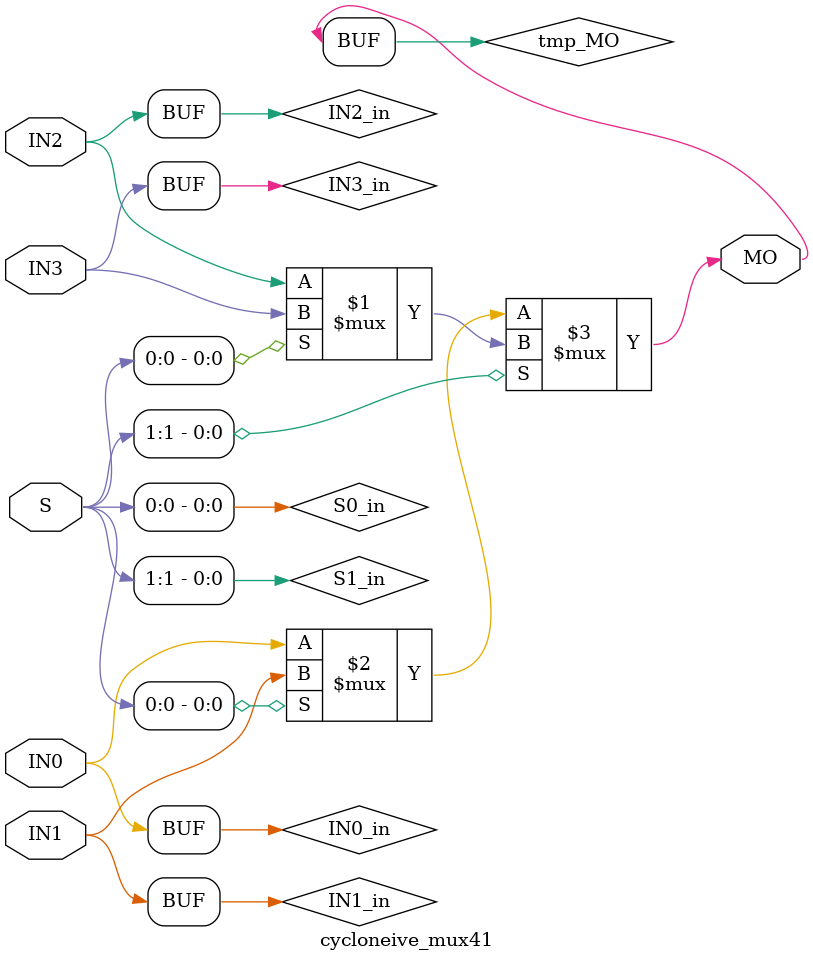
<source format=v>
module cycloneive_mux41 (MO, IN0, IN1, IN2, IN3, S);
   input IN0;
   input IN1;
   input IN2;
   input IN3;
   input [1:0] S;
   output MO;
   wire IN0_in;
   wire IN1_in;
   wire IN2_in;
   wire IN3_in;
   wire S1_in;
   wire S0_in;
   buf(IN0_in, IN0);
   buf(IN1_in, IN1);
   buf(IN2_in, IN2);
   buf(IN3_in, IN3);
   buf(S1_in, S[1]);
   buf(S0_in, S[0]);
   wire   tmp_MO;
   specify
      (IN0 => MO) = (0, 0);
      (IN1 => MO) = (0, 0);
      (IN2 => MO) = (0, 0);
      (IN3 => MO) = (0, 0);
      (S[1] => MO) = (0, 0);
      (S[0] => MO) = (0, 0);
   endspecify
   assign tmp_MO = S1_in ? (S0_in ? IN3_in : IN2_in) : (S0_in ? IN1_in : IN0_in);
   buf (MO, tmp_MO);
endmodule
</source>
